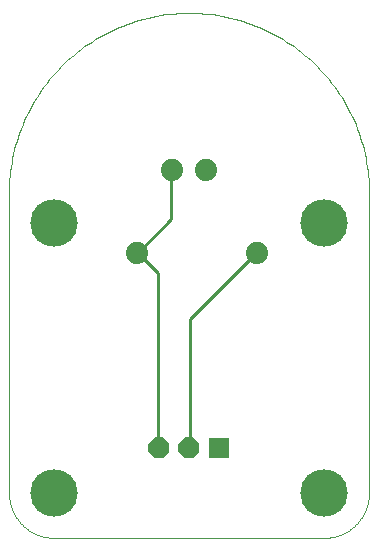
<source format=gtl>
G75*
%MOIN*%
%OFA0B0*%
%FSLAX25Y25*%
%IPPOS*%
%LPD*%
%AMOC8*
5,1,8,0,0,1.08239X$1,22.5*
%
%ADD10C,0.07400*%
%ADD11C,0.15811*%
%ADD12C,0.00000*%
%ADD13OC8,0.07000*%
%ADD14R,0.07000X0.07000*%
%ADD15C,0.01000*%
D10*
X0046500Y0096500D03*
X0058300Y0124000D03*
X0069700Y0124000D03*
X0086500Y0096500D03*
D11*
X0109000Y0106500D03*
X0109000Y0016500D03*
X0019000Y0016500D03*
X0019000Y0106500D03*
D12*
X0004000Y0116500D02*
X0004000Y0016500D01*
X0004004Y0016138D01*
X0004018Y0015775D01*
X0004039Y0015413D01*
X0004070Y0015052D01*
X0004109Y0014692D01*
X0004157Y0014333D01*
X0004214Y0013975D01*
X0004279Y0013618D01*
X0004353Y0013263D01*
X0004436Y0012910D01*
X0004527Y0012559D01*
X0004626Y0012211D01*
X0004734Y0011865D01*
X0004850Y0011521D01*
X0004975Y0011181D01*
X0005107Y0010844D01*
X0005248Y0010510D01*
X0005397Y0010179D01*
X0005554Y0009852D01*
X0005718Y0009529D01*
X0005890Y0009210D01*
X0006070Y0008896D01*
X0006258Y0008585D01*
X0006453Y0008280D01*
X0006655Y0007979D01*
X0006865Y0007683D01*
X0007081Y0007393D01*
X0007305Y0007107D01*
X0007535Y0006827D01*
X0007772Y0006553D01*
X0008016Y0006285D01*
X0008266Y0006022D01*
X0008522Y0005766D01*
X0008785Y0005516D01*
X0009053Y0005272D01*
X0009327Y0005035D01*
X0009607Y0004805D01*
X0009893Y0004581D01*
X0010183Y0004365D01*
X0010479Y0004155D01*
X0010780Y0003953D01*
X0011085Y0003758D01*
X0011396Y0003570D01*
X0011710Y0003390D01*
X0012029Y0003218D01*
X0012352Y0003054D01*
X0012679Y0002897D01*
X0013010Y0002748D01*
X0013344Y0002607D01*
X0013681Y0002475D01*
X0014021Y0002350D01*
X0014365Y0002234D01*
X0014711Y0002126D01*
X0015059Y0002027D01*
X0015410Y0001936D01*
X0015763Y0001853D01*
X0016118Y0001779D01*
X0016475Y0001714D01*
X0016833Y0001657D01*
X0017192Y0001609D01*
X0017552Y0001570D01*
X0017913Y0001539D01*
X0018275Y0001518D01*
X0018638Y0001504D01*
X0019000Y0001500D01*
X0109000Y0001500D01*
X0109362Y0001504D01*
X0109725Y0001518D01*
X0110087Y0001539D01*
X0110448Y0001570D01*
X0110808Y0001609D01*
X0111167Y0001657D01*
X0111525Y0001714D01*
X0111882Y0001779D01*
X0112237Y0001853D01*
X0112590Y0001936D01*
X0112941Y0002027D01*
X0113289Y0002126D01*
X0113635Y0002234D01*
X0113979Y0002350D01*
X0114319Y0002475D01*
X0114656Y0002607D01*
X0114990Y0002748D01*
X0115321Y0002897D01*
X0115648Y0003054D01*
X0115971Y0003218D01*
X0116290Y0003390D01*
X0116604Y0003570D01*
X0116915Y0003758D01*
X0117220Y0003953D01*
X0117521Y0004155D01*
X0117817Y0004365D01*
X0118107Y0004581D01*
X0118393Y0004805D01*
X0118673Y0005035D01*
X0118947Y0005272D01*
X0119215Y0005516D01*
X0119478Y0005766D01*
X0119734Y0006022D01*
X0119984Y0006285D01*
X0120228Y0006553D01*
X0120465Y0006827D01*
X0120695Y0007107D01*
X0120919Y0007393D01*
X0121135Y0007683D01*
X0121345Y0007979D01*
X0121547Y0008280D01*
X0121742Y0008585D01*
X0121930Y0008896D01*
X0122110Y0009210D01*
X0122282Y0009529D01*
X0122446Y0009852D01*
X0122603Y0010179D01*
X0122752Y0010510D01*
X0122893Y0010844D01*
X0123025Y0011181D01*
X0123150Y0011521D01*
X0123266Y0011865D01*
X0123374Y0012211D01*
X0123473Y0012559D01*
X0123564Y0012910D01*
X0123647Y0013263D01*
X0123721Y0013618D01*
X0123786Y0013975D01*
X0123843Y0014333D01*
X0123891Y0014692D01*
X0123930Y0015052D01*
X0123961Y0015413D01*
X0123982Y0015775D01*
X0123996Y0016138D01*
X0124000Y0016500D01*
X0124000Y0116500D01*
X0123982Y0117961D01*
X0123929Y0119421D01*
X0123840Y0120880D01*
X0123716Y0122336D01*
X0123556Y0123788D01*
X0123361Y0125236D01*
X0123130Y0126679D01*
X0122865Y0128116D01*
X0122565Y0129546D01*
X0122230Y0130968D01*
X0121860Y0132382D01*
X0121456Y0133786D01*
X0121018Y0135180D01*
X0120546Y0136563D01*
X0120041Y0137934D01*
X0119502Y0139292D01*
X0118931Y0140637D01*
X0118327Y0141967D01*
X0117691Y0143283D01*
X0117023Y0144582D01*
X0116323Y0145865D01*
X0115592Y0147130D01*
X0114831Y0148378D01*
X0114040Y0149606D01*
X0113219Y0150815D01*
X0112369Y0152003D01*
X0111490Y0153170D01*
X0110583Y0154316D01*
X0109648Y0155439D01*
X0108686Y0156539D01*
X0107698Y0157615D01*
X0106684Y0158667D01*
X0105644Y0159694D01*
X0104580Y0160695D01*
X0103492Y0161671D01*
X0102380Y0162619D01*
X0101246Y0163540D01*
X0100089Y0164433D01*
X0098912Y0165297D01*
X0097713Y0166133D01*
X0096494Y0166939D01*
X0095256Y0167716D01*
X0094000Y0168462D01*
X0092726Y0169177D01*
X0091435Y0169861D01*
X0090127Y0170513D01*
X0088804Y0171133D01*
X0087466Y0171721D01*
X0086115Y0172276D01*
X0084750Y0172798D01*
X0083373Y0173286D01*
X0081984Y0173741D01*
X0080585Y0174162D01*
X0079176Y0174549D01*
X0077758Y0174901D01*
X0076332Y0175219D01*
X0074898Y0175502D01*
X0073458Y0175750D01*
X0072013Y0175963D01*
X0070562Y0176140D01*
X0069108Y0176282D01*
X0067651Y0176389D01*
X0066191Y0176460D01*
X0064731Y0176496D01*
X0063269Y0176496D01*
X0061809Y0176460D01*
X0060349Y0176389D01*
X0058892Y0176282D01*
X0057438Y0176140D01*
X0055987Y0175963D01*
X0054542Y0175750D01*
X0053102Y0175502D01*
X0051668Y0175219D01*
X0050242Y0174901D01*
X0048824Y0174549D01*
X0047415Y0174162D01*
X0046016Y0173741D01*
X0044627Y0173286D01*
X0043250Y0172798D01*
X0041885Y0172276D01*
X0040534Y0171721D01*
X0039196Y0171133D01*
X0037873Y0170513D01*
X0036565Y0169861D01*
X0035274Y0169177D01*
X0034000Y0168462D01*
X0032744Y0167716D01*
X0031506Y0166939D01*
X0030287Y0166133D01*
X0029088Y0165297D01*
X0027911Y0164433D01*
X0026754Y0163540D01*
X0025620Y0162619D01*
X0024508Y0161671D01*
X0023420Y0160695D01*
X0022356Y0159694D01*
X0021316Y0158667D01*
X0020302Y0157615D01*
X0019314Y0156539D01*
X0018352Y0155439D01*
X0017417Y0154316D01*
X0016510Y0153170D01*
X0015631Y0152003D01*
X0014781Y0150815D01*
X0013960Y0149606D01*
X0013169Y0148378D01*
X0012408Y0147130D01*
X0011677Y0145865D01*
X0010977Y0144582D01*
X0010309Y0143283D01*
X0009673Y0141967D01*
X0009069Y0140637D01*
X0008498Y0139292D01*
X0007959Y0137934D01*
X0007454Y0136563D01*
X0006982Y0135180D01*
X0006544Y0133786D01*
X0006140Y0132382D01*
X0005770Y0130968D01*
X0005435Y0129546D01*
X0005135Y0128116D01*
X0004870Y0126679D01*
X0004639Y0125236D01*
X0004444Y0123788D01*
X0004284Y0122336D01*
X0004160Y0120880D01*
X0004071Y0119421D01*
X0004018Y0117961D01*
X0004000Y0116500D01*
D13*
X0054000Y0031500D03*
X0064000Y0031500D03*
D14*
X0074000Y0031500D03*
D15*
X0064300Y0032100D02*
X0064000Y0031500D01*
X0064300Y0032100D02*
X0064300Y0074400D01*
X0085900Y0096000D01*
X0086500Y0096500D01*
X0058000Y0107700D02*
X0047200Y0096900D01*
X0046500Y0096500D01*
X0047200Y0096000D01*
X0053500Y0089700D01*
X0053500Y0032100D01*
X0054000Y0031500D01*
X0058000Y0107700D02*
X0058000Y0123900D01*
X0058300Y0124000D01*
M02*

</source>
